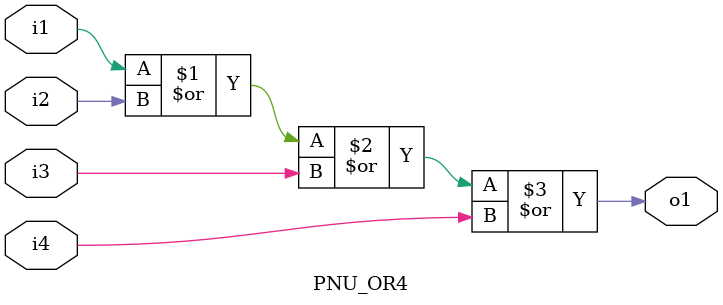
<source format=v>
/***********************
*
* Jong-gyu Park
* pjk5401@gmail.com
* 2016/09/02
*
***********************/

module PNU_OR4(i1, i2, i3, i4, o1);
    input i1, i2, i3, i4;
    output o1;
    assign o1 = i1 | i2 | i3 | i4;
endmodule
</source>
